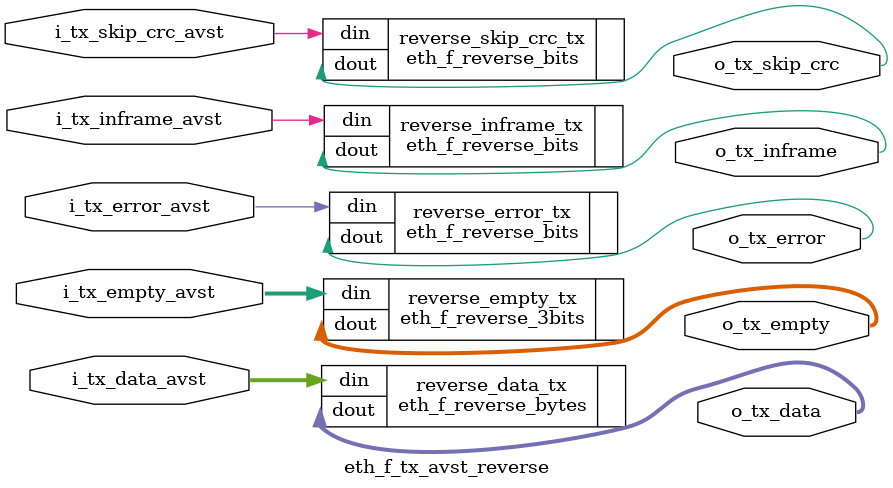
<source format=v>



`timescale 1ps/1ps

module eth_f_tx_avst_reverse #(
       parameter AIB_LANES         = 1
)(
input  [AIB_LANES*64-1:0]  i_tx_data_avst,
input  [AIB_LANES-1:0]     i_tx_inframe_avst,
input  [AIB_LANES*3-1:0]   i_tx_empty_avst,
input  [AIB_LANES-1:0]     i_tx_error_avst,
input  [AIB_LANES-1:0]     i_tx_skip_crc_avst,
output [AIB_LANES*64-1:0]  o_tx_data,
output [AIB_LANES-1:0]     o_tx_inframe,
output [AIB_LANES*3-1:0]   o_tx_empty,
output [AIB_LANES-1:0]     o_tx_skip_crc,
output [AIB_LANES-1:0]     o_tx_error
);

       eth_f_reverse_bytes #(
            .NUM_BYTES      (AIB_LANES*8)
       ) reverse_data_tx (
            .din(i_tx_data_avst),
            .dout(o_tx_data)
       );
       eth_f_reverse_3bits #(
            .NUM_SYMBOL     (AIB_LANES)
       ) reverse_empty_tx (
            .din(i_tx_empty_avst),
            .dout(o_tx_empty)
       );
       eth_f_reverse_bits #(
            .WIDTH      (AIB_LANES)
       ) reverse_inframe_tx (
            .din(i_tx_inframe_avst),
            .dout(o_tx_inframe)
       );
       eth_f_reverse_bits #(
            .WIDTH      (AIB_LANES)
       ) reverse_error_tx (
            .din(i_tx_error_avst),
            .dout(o_tx_error)
       );
       eth_f_reverse_bits #(
            .WIDTH      (AIB_LANES)
       ) reverse_skip_crc_tx (
            .din(i_tx_skip_crc_avst),
            .dout(o_tx_skip_crc)
       );

endmodule
`ifdef QUESTA_INTEL_OEM
`pragma questa_oem_00 "Jbn39HeDxGqNcYGZOx4Z9ucCs2oEh/b8uMkRaNvB5DRjzJrJYrpJKWFCISE85ii6tH9zuuCEo6X0af6OauTQ+Ozwk1tsZmSo/aK9UOYVqiI4L0mMLnnDyFPJBEUN+znp6d+oie84TxrwJugN/66eG6ek4cTulks0EXWtTfhwKcotsw0Xz4/SS3GVym/4tne0z9smydSL74/eJ6ocrXzqMjpfEjy1qL7mzZl6AEz+onqjyWF1zycOpizy6PNuIAe3xZxwBm0E0ZK9nLJcaqbrM1pZaMHqffYKTct0XktTYe1BMETdD6X7Y2lknr8aPOa3/Q5l4ZwYUrsF9ETgvLoXiXcd04WfYttMmE7UpgQoP/opfuXPK18RIGZ/1B9r9Q76BQeqghkepYCxtPc9hndpvGtoxwO6M3OMsfDUJcWcKg0zTUoNSNpsCJwTCBzBnag+al5tX//Q38xzOwKaav+sDIDvUG2xd4Tgn+a2G7XDwsO9/cKkJYySmAVw+Zf2BCGAtC9f3ICmUZhfV/K2WIA45bIfLEm+oVX8Qytu/ndlpp9r0kkaVQef10agvHXibeqOM3KxGtUqfjEPM4Fc4eALfmAtU9oL1a+bVYSvEeO+N1xFtC/5tauSMPOfyfVr/GTDqwhZPy/E9MXMYQvT++jDiMugjPyxqw/dWa+jZ8dm1M2cOX2jooRd2RhdC+s8q7jOYbBJl4LXEO59UaaY+AxNIuoF5bUgUUZo1E01w7CqWkFdmGeXHonlvOMEFT0A3shVdfjyUDnu1f1PApwzFOg+ofZmtbkHxym9fEIgMOm4DocTiTuJjcoKYYFGbS85oPMvUb70t7wwAKVpSTWDhDqEIgX9tel06hG4Q6vot0lCDYJZ6HdXYInvtjtal7v17iiEJ5Lz3xYhH/kDtj5B3CO+YE7DzaJo91BBrg3h0kf4XT+6yGyySCVlupo1/WGGdbUp/HRK65tHvULMH/lqbkYbkijg/JM8AJFpVTfJ2vdZ3vn2V892qNJJrm2z/+IRWg7V"
`endif
</source>
